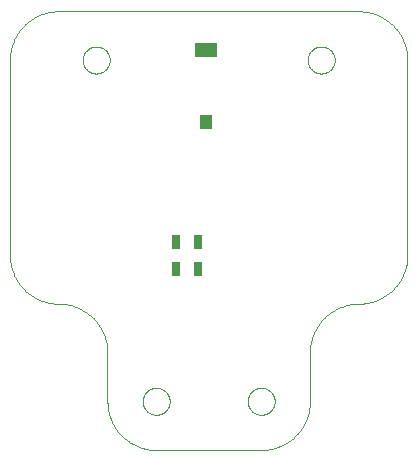
<source format=gtp>
G75*
%MOIN*%
%OFA0B0*%
%FSLAX25Y25*%
%IPPOS*%
%LPD*%
%AMOC8*
5,1,8,0,0,1.08239X$1,22.5*
%
%ADD10C,0.00000*%
%ADD11R,0.03150X0.04724*%
%ADD12R,0.04331X0.05118*%
%ADD13R,0.07480X0.05118*%
D10*
X0047650Y0035150D02*
X0047645Y0035543D01*
X0047631Y0035935D01*
X0047607Y0036327D01*
X0047574Y0036718D01*
X0047532Y0037109D01*
X0047479Y0037498D01*
X0047418Y0037886D01*
X0047347Y0038272D01*
X0047267Y0038656D01*
X0047178Y0039039D01*
X0047079Y0039419D01*
X0046971Y0039797D01*
X0046855Y0040172D01*
X0046729Y0040544D01*
X0046594Y0040912D01*
X0046450Y0041278D01*
X0046298Y0041640D01*
X0046137Y0041998D01*
X0045967Y0042352D01*
X0045789Y0042702D01*
X0045602Y0043047D01*
X0045407Y0043388D01*
X0045204Y0043724D01*
X0044993Y0044055D01*
X0044773Y0044381D01*
X0044547Y0044702D01*
X0044312Y0045016D01*
X0044070Y0045326D01*
X0043820Y0045629D01*
X0043563Y0045926D01*
X0043299Y0046217D01*
X0043028Y0046501D01*
X0042751Y0046778D01*
X0042467Y0047049D01*
X0042176Y0047313D01*
X0041879Y0047570D01*
X0041576Y0047820D01*
X0041266Y0048062D01*
X0040952Y0048297D01*
X0040631Y0048523D01*
X0040305Y0048743D01*
X0039974Y0048954D01*
X0039638Y0049157D01*
X0039297Y0049352D01*
X0038952Y0049539D01*
X0038602Y0049717D01*
X0038248Y0049887D01*
X0037890Y0050048D01*
X0037528Y0050200D01*
X0037162Y0050344D01*
X0036794Y0050479D01*
X0036422Y0050605D01*
X0036047Y0050721D01*
X0035669Y0050829D01*
X0035289Y0050928D01*
X0034906Y0051017D01*
X0034522Y0051097D01*
X0034136Y0051168D01*
X0033748Y0051229D01*
X0033359Y0051282D01*
X0032968Y0051324D01*
X0032577Y0051357D01*
X0032185Y0051381D01*
X0031793Y0051395D01*
X0031400Y0051400D01*
X0031007Y0051405D01*
X0030615Y0051419D01*
X0030223Y0051443D01*
X0029832Y0051476D01*
X0029441Y0051518D01*
X0029052Y0051571D01*
X0028664Y0051632D01*
X0028278Y0051703D01*
X0027894Y0051783D01*
X0027511Y0051872D01*
X0027131Y0051971D01*
X0026753Y0052079D01*
X0026378Y0052195D01*
X0026006Y0052321D01*
X0025638Y0052456D01*
X0025272Y0052600D01*
X0024910Y0052752D01*
X0024552Y0052913D01*
X0024198Y0053083D01*
X0023848Y0053261D01*
X0023503Y0053448D01*
X0023162Y0053643D01*
X0022826Y0053846D01*
X0022495Y0054057D01*
X0022169Y0054277D01*
X0021848Y0054503D01*
X0021534Y0054738D01*
X0021224Y0054980D01*
X0020921Y0055230D01*
X0020624Y0055487D01*
X0020333Y0055751D01*
X0020049Y0056022D01*
X0019772Y0056299D01*
X0019501Y0056583D01*
X0019237Y0056874D01*
X0018980Y0057171D01*
X0018730Y0057474D01*
X0018488Y0057784D01*
X0018253Y0058098D01*
X0018027Y0058419D01*
X0017807Y0058745D01*
X0017596Y0059076D01*
X0017393Y0059412D01*
X0017198Y0059753D01*
X0017011Y0060098D01*
X0016833Y0060448D01*
X0016663Y0060802D01*
X0016502Y0061160D01*
X0016350Y0061522D01*
X0016206Y0061888D01*
X0016071Y0062256D01*
X0015945Y0062628D01*
X0015829Y0063003D01*
X0015721Y0063381D01*
X0015622Y0063761D01*
X0015533Y0064144D01*
X0015453Y0064528D01*
X0015382Y0064914D01*
X0015321Y0065302D01*
X0015268Y0065691D01*
X0015226Y0066082D01*
X0015193Y0066473D01*
X0015169Y0066865D01*
X0015155Y0067257D01*
X0015150Y0067650D01*
X0015150Y0132650D01*
X0015155Y0133043D01*
X0015169Y0133435D01*
X0015193Y0133827D01*
X0015226Y0134218D01*
X0015268Y0134609D01*
X0015321Y0134998D01*
X0015382Y0135386D01*
X0015453Y0135772D01*
X0015533Y0136156D01*
X0015622Y0136539D01*
X0015721Y0136919D01*
X0015829Y0137297D01*
X0015945Y0137672D01*
X0016071Y0138044D01*
X0016206Y0138412D01*
X0016350Y0138778D01*
X0016502Y0139140D01*
X0016663Y0139498D01*
X0016833Y0139852D01*
X0017011Y0140202D01*
X0017198Y0140547D01*
X0017393Y0140888D01*
X0017596Y0141224D01*
X0017807Y0141555D01*
X0018027Y0141881D01*
X0018253Y0142202D01*
X0018488Y0142516D01*
X0018730Y0142826D01*
X0018980Y0143129D01*
X0019237Y0143426D01*
X0019501Y0143717D01*
X0019772Y0144001D01*
X0020049Y0144278D01*
X0020333Y0144549D01*
X0020624Y0144813D01*
X0020921Y0145070D01*
X0021224Y0145320D01*
X0021534Y0145562D01*
X0021848Y0145797D01*
X0022169Y0146023D01*
X0022495Y0146243D01*
X0022826Y0146454D01*
X0023162Y0146657D01*
X0023503Y0146852D01*
X0023848Y0147039D01*
X0024198Y0147217D01*
X0024552Y0147387D01*
X0024910Y0147548D01*
X0025272Y0147700D01*
X0025638Y0147844D01*
X0026006Y0147979D01*
X0026378Y0148105D01*
X0026753Y0148221D01*
X0027131Y0148329D01*
X0027511Y0148428D01*
X0027894Y0148517D01*
X0028278Y0148597D01*
X0028664Y0148668D01*
X0029052Y0148729D01*
X0029441Y0148782D01*
X0029832Y0148824D01*
X0030223Y0148857D01*
X0030615Y0148881D01*
X0031007Y0148895D01*
X0031400Y0148900D01*
X0131400Y0148900D01*
X0131793Y0148895D01*
X0132185Y0148881D01*
X0132577Y0148857D01*
X0132968Y0148824D01*
X0133359Y0148782D01*
X0133748Y0148729D01*
X0134136Y0148668D01*
X0134522Y0148597D01*
X0134906Y0148517D01*
X0135289Y0148428D01*
X0135669Y0148329D01*
X0136047Y0148221D01*
X0136422Y0148105D01*
X0136794Y0147979D01*
X0137162Y0147844D01*
X0137528Y0147700D01*
X0137890Y0147548D01*
X0138248Y0147387D01*
X0138602Y0147217D01*
X0138952Y0147039D01*
X0139297Y0146852D01*
X0139638Y0146657D01*
X0139974Y0146454D01*
X0140305Y0146243D01*
X0140631Y0146023D01*
X0140952Y0145797D01*
X0141266Y0145562D01*
X0141576Y0145320D01*
X0141879Y0145070D01*
X0142176Y0144813D01*
X0142467Y0144549D01*
X0142751Y0144278D01*
X0143028Y0144001D01*
X0143299Y0143717D01*
X0143563Y0143426D01*
X0143820Y0143129D01*
X0144070Y0142826D01*
X0144312Y0142516D01*
X0144547Y0142202D01*
X0144773Y0141881D01*
X0144993Y0141555D01*
X0145204Y0141224D01*
X0145407Y0140888D01*
X0145602Y0140547D01*
X0145789Y0140202D01*
X0145967Y0139852D01*
X0146137Y0139498D01*
X0146298Y0139140D01*
X0146450Y0138778D01*
X0146594Y0138412D01*
X0146729Y0138044D01*
X0146855Y0137672D01*
X0146971Y0137297D01*
X0147079Y0136919D01*
X0147178Y0136539D01*
X0147267Y0136156D01*
X0147347Y0135772D01*
X0147418Y0135386D01*
X0147479Y0134998D01*
X0147532Y0134609D01*
X0147574Y0134218D01*
X0147607Y0133827D01*
X0147631Y0133435D01*
X0147645Y0133043D01*
X0147650Y0132650D01*
X0147650Y0067650D01*
X0147645Y0067257D01*
X0147631Y0066865D01*
X0147607Y0066473D01*
X0147574Y0066082D01*
X0147532Y0065691D01*
X0147479Y0065302D01*
X0147418Y0064914D01*
X0147347Y0064528D01*
X0147267Y0064144D01*
X0147178Y0063761D01*
X0147079Y0063381D01*
X0146971Y0063003D01*
X0146855Y0062628D01*
X0146729Y0062256D01*
X0146594Y0061888D01*
X0146450Y0061522D01*
X0146298Y0061160D01*
X0146137Y0060802D01*
X0145967Y0060448D01*
X0145789Y0060098D01*
X0145602Y0059753D01*
X0145407Y0059412D01*
X0145204Y0059076D01*
X0144993Y0058745D01*
X0144773Y0058419D01*
X0144547Y0058098D01*
X0144312Y0057784D01*
X0144070Y0057474D01*
X0143820Y0057171D01*
X0143563Y0056874D01*
X0143299Y0056583D01*
X0143028Y0056299D01*
X0142751Y0056022D01*
X0142467Y0055751D01*
X0142176Y0055487D01*
X0141879Y0055230D01*
X0141576Y0054980D01*
X0141266Y0054738D01*
X0140952Y0054503D01*
X0140631Y0054277D01*
X0140305Y0054057D01*
X0139974Y0053846D01*
X0139638Y0053643D01*
X0139297Y0053448D01*
X0138952Y0053261D01*
X0138602Y0053083D01*
X0138248Y0052913D01*
X0137890Y0052752D01*
X0137528Y0052600D01*
X0137162Y0052456D01*
X0136794Y0052321D01*
X0136422Y0052195D01*
X0136047Y0052079D01*
X0135669Y0051971D01*
X0135289Y0051872D01*
X0134906Y0051783D01*
X0134522Y0051703D01*
X0134136Y0051632D01*
X0133748Y0051571D01*
X0133359Y0051518D01*
X0132968Y0051476D01*
X0132577Y0051443D01*
X0132185Y0051419D01*
X0131793Y0051405D01*
X0131400Y0051400D01*
X0131007Y0051395D01*
X0130615Y0051381D01*
X0130223Y0051357D01*
X0129832Y0051324D01*
X0129441Y0051282D01*
X0129052Y0051229D01*
X0128664Y0051168D01*
X0128278Y0051097D01*
X0127894Y0051017D01*
X0127511Y0050928D01*
X0127131Y0050829D01*
X0126753Y0050721D01*
X0126378Y0050605D01*
X0126006Y0050479D01*
X0125638Y0050344D01*
X0125272Y0050200D01*
X0124910Y0050048D01*
X0124552Y0049887D01*
X0124198Y0049717D01*
X0123848Y0049539D01*
X0123503Y0049352D01*
X0123162Y0049157D01*
X0122826Y0048954D01*
X0122495Y0048743D01*
X0122169Y0048523D01*
X0121848Y0048297D01*
X0121534Y0048062D01*
X0121224Y0047820D01*
X0120921Y0047570D01*
X0120624Y0047313D01*
X0120333Y0047049D01*
X0120049Y0046778D01*
X0119772Y0046501D01*
X0119501Y0046217D01*
X0119237Y0045926D01*
X0118980Y0045629D01*
X0118730Y0045326D01*
X0118488Y0045016D01*
X0118253Y0044702D01*
X0118027Y0044381D01*
X0117807Y0044055D01*
X0117596Y0043724D01*
X0117393Y0043388D01*
X0117198Y0043047D01*
X0117011Y0042702D01*
X0116833Y0042352D01*
X0116663Y0041998D01*
X0116502Y0041640D01*
X0116350Y0041278D01*
X0116206Y0040912D01*
X0116071Y0040544D01*
X0115945Y0040172D01*
X0115829Y0039797D01*
X0115721Y0039419D01*
X0115622Y0039039D01*
X0115533Y0038656D01*
X0115453Y0038272D01*
X0115382Y0037886D01*
X0115321Y0037498D01*
X0115268Y0037109D01*
X0115226Y0036718D01*
X0115193Y0036327D01*
X0115169Y0035935D01*
X0115155Y0035543D01*
X0115150Y0035150D01*
X0115150Y0018900D01*
X0115145Y0018507D01*
X0115131Y0018115D01*
X0115107Y0017723D01*
X0115074Y0017332D01*
X0115032Y0016941D01*
X0114979Y0016552D01*
X0114918Y0016164D01*
X0114847Y0015778D01*
X0114767Y0015394D01*
X0114678Y0015011D01*
X0114579Y0014631D01*
X0114471Y0014253D01*
X0114355Y0013878D01*
X0114229Y0013506D01*
X0114094Y0013138D01*
X0113950Y0012772D01*
X0113798Y0012410D01*
X0113637Y0012052D01*
X0113467Y0011698D01*
X0113289Y0011348D01*
X0113102Y0011003D01*
X0112907Y0010662D01*
X0112704Y0010326D01*
X0112493Y0009995D01*
X0112273Y0009669D01*
X0112047Y0009348D01*
X0111812Y0009034D01*
X0111570Y0008724D01*
X0111320Y0008421D01*
X0111063Y0008124D01*
X0110799Y0007833D01*
X0110528Y0007549D01*
X0110251Y0007272D01*
X0109967Y0007001D01*
X0109676Y0006737D01*
X0109379Y0006480D01*
X0109076Y0006230D01*
X0108766Y0005988D01*
X0108452Y0005753D01*
X0108131Y0005527D01*
X0107805Y0005307D01*
X0107474Y0005096D01*
X0107138Y0004893D01*
X0106797Y0004698D01*
X0106452Y0004511D01*
X0106102Y0004333D01*
X0105748Y0004163D01*
X0105390Y0004002D01*
X0105028Y0003850D01*
X0104662Y0003706D01*
X0104294Y0003571D01*
X0103922Y0003445D01*
X0103547Y0003329D01*
X0103169Y0003221D01*
X0102789Y0003122D01*
X0102406Y0003033D01*
X0102022Y0002953D01*
X0101636Y0002882D01*
X0101248Y0002821D01*
X0100859Y0002768D01*
X0100468Y0002726D01*
X0100077Y0002693D01*
X0099685Y0002669D01*
X0099293Y0002655D01*
X0098900Y0002650D01*
X0063900Y0002650D01*
X0063507Y0002655D01*
X0063115Y0002669D01*
X0062723Y0002693D01*
X0062332Y0002726D01*
X0061941Y0002768D01*
X0061552Y0002821D01*
X0061164Y0002882D01*
X0060778Y0002953D01*
X0060394Y0003033D01*
X0060011Y0003122D01*
X0059631Y0003221D01*
X0059253Y0003329D01*
X0058878Y0003445D01*
X0058506Y0003571D01*
X0058138Y0003706D01*
X0057772Y0003850D01*
X0057410Y0004002D01*
X0057052Y0004163D01*
X0056698Y0004333D01*
X0056348Y0004511D01*
X0056003Y0004698D01*
X0055662Y0004893D01*
X0055326Y0005096D01*
X0054995Y0005307D01*
X0054669Y0005527D01*
X0054348Y0005753D01*
X0054034Y0005988D01*
X0053724Y0006230D01*
X0053421Y0006480D01*
X0053124Y0006737D01*
X0052833Y0007001D01*
X0052549Y0007272D01*
X0052272Y0007549D01*
X0052001Y0007833D01*
X0051737Y0008124D01*
X0051480Y0008421D01*
X0051230Y0008724D01*
X0050988Y0009034D01*
X0050753Y0009348D01*
X0050527Y0009669D01*
X0050307Y0009995D01*
X0050096Y0010326D01*
X0049893Y0010662D01*
X0049698Y0011003D01*
X0049511Y0011348D01*
X0049333Y0011698D01*
X0049163Y0012052D01*
X0049002Y0012410D01*
X0048850Y0012772D01*
X0048706Y0013138D01*
X0048571Y0013506D01*
X0048445Y0013878D01*
X0048329Y0014253D01*
X0048221Y0014631D01*
X0048122Y0015011D01*
X0048033Y0015394D01*
X0047953Y0015778D01*
X0047882Y0016164D01*
X0047821Y0016552D01*
X0047768Y0016941D01*
X0047726Y0017332D01*
X0047693Y0017723D01*
X0047669Y0018115D01*
X0047655Y0018507D01*
X0047650Y0018900D01*
X0047650Y0035150D01*
X0059400Y0018900D02*
X0059402Y0019034D01*
X0059408Y0019168D01*
X0059418Y0019301D01*
X0059432Y0019435D01*
X0059450Y0019568D01*
X0059472Y0019700D01*
X0059497Y0019831D01*
X0059527Y0019962D01*
X0059561Y0020092D01*
X0059598Y0020220D01*
X0059639Y0020348D01*
X0059684Y0020474D01*
X0059733Y0020599D01*
X0059785Y0020722D01*
X0059841Y0020844D01*
X0059901Y0020964D01*
X0059964Y0021082D01*
X0060031Y0021198D01*
X0060101Y0021312D01*
X0060175Y0021424D01*
X0060252Y0021534D01*
X0060332Y0021642D01*
X0060415Y0021747D01*
X0060501Y0021849D01*
X0060590Y0021949D01*
X0060683Y0022046D01*
X0060778Y0022141D01*
X0060876Y0022232D01*
X0060976Y0022321D01*
X0061079Y0022406D01*
X0061185Y0022489D01*
X0061293Y0022568D01*
X0061403Y0022644D01*
X0061516Y0022717D01*
X0061631Y0022786D01*
X0061747Y0022852D01*
X0061866Y0022914D01*
X0061986Y0022973D01*
X0062109Y0023028D01*
X0062232Y0023080D01*
X0062357Y0023127D01*
X0062484Y0023171D01*
X0062612Y0023212D01*
X0062741Y0023248D01*
X0062871Y0023281D01*
X0063002Y0023309D01*
X0063133Y0023334D01*
X0063266Y0023355D01*
X0063399Y0023372D01*
X0063532Y0023385D01*
X0063666Y0023394D01*
X0063800Y0023399D01*
X0063934Y0023400D01*
X0064067Y0023397D01*
X0064201Y0023390D01*
X0064335Y0023379D01*
X0064468Y0023364D01*
X0064601Y0023345D01*
X0064733Y0023322D01*
X0064864Y0023296D01*
X0064994Y0023265D01*
X0065124Y0023230D01*
X0065252Y0023192D01*
X0065379Y0023150D01*
X0065505Y0023104D01*
X0065630Y0023054D01*
X0065753Y0023001D01*
X0065874Y0022944D01*
X0065994Y0022883D01*
X0066111Y0022819D01*
X0066227Y0022752D01*
X0066341Y0022681D01*
X0066452Y0022606D01*
X0066561Y0022529D01*
X0066668Y0022448D01*
X0066773Y0022364D01*
X0066874Y0022277D01*
X0066974Y0022187D01*
X0067070Y0022094D01*
X0067164Y0021998D01*
X0067255Y0021899D01*
X0067342Y0021798D01*
X0067427Y0021694D01*
X0067509Y0021588D01*
X0067587Y0021480D01*
X0067662Y0021369D01*
X0067734Y0021256D01*
X0067803Y0021140D01*
X0067868Y0021023D01*
X0067929Y0020904D01*
X0067987Y0020783D01*
X0068041Y0020661D01*
X0068092Y0020537D01*
X0068139Y0020411D01*
X0068182Y0020284D01*
X0068221Y0020156D01*
X0068257Y0020027D01*
X0068288Y0019897D01*
X0068316Y0019766D01*
X0068340Y0019634D01*
X0068360Y0019501D01*
X0068376Y0019368D01*
X0068388Y0019235D01*
X0068396Y0019101D01*
X0068400Y0018967D01*
X0068400Y0018833D01*
X0068396Y0018699D01*
X0068388Y0018565D01*
X0068376Y0018432D01*
X0068360Y0018299D01*
X0068340Y0018166D01*
X0068316Y0018034D01*
X0068288Y0017903D01*
X0068257Y0017773D01*
X0068221Y0017644D01*
X0068182Y0017516D01*
X0068139Y0017389D01*
X0068092Y0017263D01*
X0068041Y0017139D01*
X0067987Y0017017D01*
X0067929Y0016896D01*
X0067868Y0016777D01*
X0067803Y0016660D01*
X0067734Y0016544D01*
X0067662Y0016431D01*
X0067587Y0016320D01*
X0067509Y0016212D01*
X0067427Y0016106D01*
X0067342Y0016002D01*
X0067255Y0015901D01*
X0067164Y0015802D01*
X0067070Y0015706D01*
X0066974Y0015613D01*
X0066874Y0015523D01*
X0066773Y0015436D01*
X0066668Y0015352D01*
X0066561Y0015271D01*
X0066452Y0015194D01*
X0066341Y0015119D01*
X0066227Y0015048D01*
X0066111Y0014981D01*
X0065994Y0014917D01*
X0065874Y0014856D01*
X0065753Y0014799D01*
X0065630Y0014746D01*
X0065505Y0014696D01*
X0065379Y0014650D01*
X0065252Y0014608D01*
X0065124Y0014570D01*
X0064994Y0014535D01*
X0064864Y0014504D01*
X0064733Y0014478D01*
X0064601Y0014455D01*
X0064468Y0014436D01*
X0064335Y0014421D01*
X0064201Y0014410D01*
X0064067Y0014403D01*
X0063934Y0014400D01*
X0063800Y0014401D01*
X0063666Y0014406D01*
X0063532Y0014415D01*
X0063399Y0014428D01*
X0063266Y0014445D01*
X0063133Y0014466D01*
X0063002Y0014491D01*
X0062871Y0014519D01*
X0062741Y0014552D01*
X0062612Y0014588D01*
X0062484Y0014629D01*
X0062357Y0014673D01*
X0062232Y0014720D01*
X0062109Y0014772D01*
X0061986Y0014827D01*
X0061866Y0014886D01*
X0061747Y0014948D01*
X0061631Y0015014D01*
X0061516Y0015083D01*
X0061403Y0015156D01*
X0061293Y0015232D01*
X0061185Y0015311D01*
X0061079Y0015394D01*
X0060976Y0015479D01*
X0060876Y0015568D01*
X0060778Y0015659D01*
X0060683Y0015754D01*
X0060590Y0015851D01*
X0060501Y0015951D01*
X0060415Y0016053D01*
X0060332Y0016158D01*
X0060252Y0016266D01*
X0060175Y0016376D01*
X0060101Y0016488D01*
X0060031Y0016602D01*
X0059964Y0016718D01*
X0059901Y0016836D01*
X0059841Y0016956D01*
X0059785Y0017078D01*
X0059733Y0017201D01*
X0059684Y0017326D01*
X0059639Y0017452D01*
X0059598Y0017580D01*
X0059561Y0017708D01*
X0059527Y0017838D01*
X0059497Y0017969D01*
X0059472Y0018100D01*
X0059450Y0018232D01*
X0059432Y0018365D01*
X0059418Y0018499D01*
X0059408Y0018632D01*
X0059402Y0018766D01*
X0059400Y0018900D01*
X0094400Y0018900D02*
X0094402Y0019034D01*
X0094408Y0019168D01*
X0094418Y0019301D01*
X0094432Y0019435D01*
X0094450Y0019568D01*
X0094472Y0019700D01*
X0094497Y0019831D01*
X0094527Y0019962D01*
X0094561Y0020092D01*
X0094598Y0020220D01*
X0094639Y0020348D01*
X0094684Y0020474D01*
X0094733Y0020599D01*
X0094785Y0020722D01*
X0094841Y0020844D01*
X0094901Y0020964D01*
X0094964Y0021082D01*
X0095031Y0021198D01*
X0095101Y0021312D01*
X0095175Y0021424D01*
X0095252Y0021534D01*
X0095332Y0021642D01*
X0095415Y0021747D01*
X0095501Y0021849D01*
X0095590Y0021949D01*
X0095683Y0022046D01*
X0095778Y0022141D01*
X0095876Y0022232D01*
X0095976Y0022321D01*
X0096079Y0022406D01*
X0096185Y0022489D01*
X0096293Y0022568D01*
X0096403Y0022644D01*
X0096516Y0022717D01*
X0096631Y0022786D01*
X0096747Y0022852D01*
X0096866Y0022914D01*
X0096986Y0022973D01*
X0097109Y0023028D01*
X0097232Y0023080D01*
X0097357Y0023127D01*
X0097484Y0023171D01*
X0097612Y0023212D01*
X0097741Y0023248D01*
X0097871Y0023281D01*
X0098002Y0023309D01*
X0098133Y0023334D01*
X0098266Y0023355D01*
X0098399Y0023372D01*
X0098532Y0023385D01*
X0098666Y0023394D01*
X0098800Y0023399D01*
X0098934Y0023400D01*
X0099067Y0023397D01*
X0099201Y0023390D01*
X0099335Y0023379D01*
X0099468Y0023364D01*
X0099601Y0023345D01*
X0099733Y0023322D01*
X0099864Y0023296D01*
X0099994Y0023265D01*
X0100124Y0023230D01*
X0100252Y0023192D01*
X0100379Y0023150D01*
X0100505Y0023104D01*
X0100630Y0023054D01*
X0100753Y0023001D01*
X0100874Y0022944D01*
X0100994Y0022883D01*
X0101111Y0022819D01*
X0101227Y0022752D01*
X0101341Y0022681D01*
X0101452Y0022606D01*
X0101561Y0022529D01*
X0101668Y0022448D01*
X0101773Y0022364D01*
X0101874Y0022277D01*
X0101974Y0022187D01*
X0102070Y0022094D01*
X0102164Y0021998D01*
X0102255Y0021899D01*
X0102342Y0021798D01*
X0102427Y0021694D01*
X0102509Y0021588D01*
X0102587Y0021480D01*
X0102662Y0021369D01*
X0102734Y0021256D01*
X0102803Y0021140D01*
X0102868Y0021023D01*
X0102929Y0020904D01*
X0102987Y0020783D01*
X0103041Y0020661D01*
X0103092Y0020537D01*
X0103139Y0020411D01*
X0103182Y0020284D01*
X0103221Y0020156D01*
X0103257Y0020027D01*
X0103288Y0019897D01*
X0103316Y0019766D01*
X0103340Y0019634D01*
X0103360Y0019501D01*
X0103376Y0019368D01*
X0103388Y0019235D01*
X0103396Y0019101D01*
X0103400Y0018967D01*
X0103400Y0018833D01*
X0103396Y0018699D01*
X0103388Y0018565D01*
X0103376Y0018432D01*
X0103360Y0018299D01*
X0103340Y0018166D01*
X0103316Y0018034D01*
X0103288Y0017903D01*
X0103257Y0017773D01*
X0103221Y0017644D01*
X0103182Y0017516D01*
X0103139Y0017389D01*
X0103092Y0017263D01*
X0103041Y0017139D01*
X0102987Y0017017D01*
X0102929Y0016896D01*
X0102868Y0016777D01*
X0102803Y0016660D01*
X0102734Y0016544D01*
X0102662Y0016431D01*
X0102587Y0016320D01*
X0102509Y0016212D01*
X0102427Y0016106D01*
X0102342Y0016002D01*
X0102255Y0015901D01*
X0102164Y0015802D01*
X0102070Y0015706D01*
X0101974Y0015613D01*
X0101874Y0015523D01*
X0101773Y0015436D01*
X0101668Y0015352D01*
X0101561Y0015271D01*
X0101452Y0015194D01*
X0101341Y0015119D01*
X0101227Y0015048D01*
X0101111Y0014981D01*
X0100994Y0014917D01*
X0100874Y0014856D01*
X0100753Y0014799D01*
X0100630Y0014746D01*
X0100505Y0014696D01*
X0100379Y0014650D01*
X0100252Y0014608D01*
X0100124Y0014570D01*
X0099994Y0014535D01*
X0099864Y0014504D01*
X0099733Y0014478D01*
X0099601Y0014455D01*
X0099468Y0014436D01*
X0099335Y0014421D01*
X0099201Y0014410D01*
X0099067Y0014403D01*
X0098934Y0014400D01*
X0098800Y0014401D01*
X0098666Y0014406D01*
X0098532Y0014415D01*
X0098399Y0014428D01*
X0098266Y0014445D01*
X0098133Y0014466D01*
X0098002Y0014491D01*
X0097871Y0014519D01*
X0097741Y0014552D01*
X0097612Y0014588D01*
X0097484Y0014629D01*
X0097357Y0014673D01*
X0097232Y0014720D01*
X0097109Y0014772D01*
X0096986Y0014827D01*
X0096866Y0014886D01*
X0096747Y0014948D01*
X0096631Y0015014D01*
X0096516Y0015083D01*
X0096403Y0015156D01*
X0096293Y0015232D01*
X0096185Y0015311D01*
X0096079Y0015394D01*
X0095976Y0015479D01*
X0095876Y0015568D01*
X0095778Y0015659D01*
X0095683Y0015754D01*
X0095590Y0015851D01*
X0095501Y0015951D01*
X0095415Y0016053D01*
X0095332Y0016158D01*
X0095252Y0016266D01*
X0095175Y0016376D01*
X0095101Y0016488D01*
X0095031Y0016602D01*
X0094964Y0016718D01*
X0094901Y0016836D01*
X0094841Y0016956D01*
X0094785Y0017078D01*
X0094733Y0017201D01*
X0094684Y0017326D01*
X0094639Y0017452D01*
X0094598Y0017580D01*
X0094561Y0017708D01*
X0094527Y0017838D01*
X0094497Y0017969D01*
X0094472Y0018100D01*
X0094450Y0018232D01*
X0094432Y0018365D01*
X0094418Y0018499D01*
X0094408Y0018632D01*
X0094402Y0018766D01*
X0094400Y0018900D01*
X0114400Y0132650D02*
X0114402Y0132784D01*
X0114408Y0132918D01*
X0114418Y0133051D01*
X0114432Y0133185D01*
X0114450Y0133318D01*
X0114472Y0133450D01*
X0114497Y0133581D01*
X0114527Y0133712D01*
X0114561Y0133842D01*
X0114598Y0133970D01*
X0114639Y0134098D01*
X0114684Y0134224D01*
X0114733Y0134349D01*
X0114785Y0134472D01*
X0114841Y0134594D01*
X0114901Y0134714D01*
X0114964Y0134832D01*
X0115031Y0134948D01*
X0115101Y0135062D01*
X0115175Y0135174D01*
X0115252Y0135284D01*
X0115332Y0135392D01*
X0115415Y0135497D01*
X0115501Y0135599D01*
X0115590Y0135699D01*
X0115683Y0135796D01*
X0115778Y0135891D01*
X0115876Y0135982D01*
X0115976Y0136071D01*
X0116079Y0136156D01*
X0116185Y0136239D01*
X0116293Y0136318D01*
X0116403Y0136394D01*
X0116516Y0136467D01*
X0116631Y0136536D01*
X0116747Y0136602D01*
X0116866Y0136664D01*
X0116986Y0136723D01*
X0117109Y0136778D01*
X0117232Y0136830D01*
X0117357Y0136877D01*
X0117484Y0136921D01*
X0117612Y0136962D01*
X0117741Y0136998D01*
X0117871Y0137031D01*
X0118002Y0137059D01*
X0118133Y0137084D01*
X0118266Y0137105D01*
X0118399Y0137122D01*
X0118532Y0137135D01*
X0118666Y0137144D01*
X0118800Y0137149D01*
X0118934Y0137150D01*
X0119067Y0137147D01*
X0119201Y0137140D01*
X0119335Y0137129D01*
X0119468Y0137114D01*
X0119601Y0137095D01*
X0119733Y0137072D01*
X0119864Y0137046D01*
X0119994Y0137015D01*
X0120124Y0136980D01*
X0120252Y0136942D01*
X0120379Y0136900D01*
X0120505Y0136854D01*
X0120630Y0136804D01*
X0120753Y0136751D01*
X0120874Y0136694D01*
X0120994Y0136633D01*
X0121111Y0136569D01*
X0121227Y0136502D01*
X0121341Y0136431D01*
X0121452Y0136356D01*
X0121561Y0136279D01*
X0121668Y0136198D01*
X0121773Y0136114D01*
X0121874Y0136027D01*
X0121974Y0135937D01*
X0122070Y0135844D01*
X0122164Y0135748D01*
X0122255Y0135649D01*
X0122342Y0135548D01*
X0122427Y0135444D01*
X0122509Y0135338D01*
X0122587Y0135230D01*
X0122662Y0135119D01*
X0122734Y0135006D01*
X0122803Y0134890D01*
X0122868Y0134773D01*
X0122929Y0134654D01*
X0122987Y0134533D01*
X0123041Y0134411D01*
X0123092Y0134287D01*
X0123139Y0134161D01*
X0123182Y0134034D01*
X0123221Y0133906D01*
X0123257Y0133777D01*
X0123288Y0133647D01*
X0123316Y0133516D01*
X0123340Y0133384D01*
X0123360Y0133251D01*
X0123376Y0133118D01*
X0123388Y0132985D01*
X0123396Y0132851D01*
X0123400Y0132717D01*
X0123400Y0132583D01*
X0123396Y0132449D01*
X0123388Y0132315D01*
X0123376Y0132182D01*
X0123360Y0132049D01*
X0123340Y0131916D01*
X0123316Y0131784D01*
X0123288Y0131653D01*
X0123257Y0131523D01*
X0123221Y0131394D01*
X0123182Y0131266D01*
X0123139Y0131139D01*
X0123092Y0131013D01*
X0123041Y0130889D01*
X0122987Y0130767D01*
X0122929Y0130646D01*
X0122868Y0130527D01*
X0122803Y0130410D01*
X0122734Y0130294D01*
X0122662Y0130181D01*
X0122587Y0130070D01*
X0122509Y0129962D01*
X0122427Y0129856D01*
X0122342Y0129752D01*
X0122255Y0129651D01*
X0122164Y0129552D01*
X0122070Y0129456D01*
X0121974Y0129363D01*
X0121874Y0129273D01*
X0121773Y0129186D01*
X0121668Y0129102D01*
X0121561Y0129021D01*
X0121452Y0128944D01*
X0121341Y0128869D01*
X0121227Y0128798D01*
X0121111Y0128731D01*
X0120994Y0128667D01*
X0120874Y0128606D01*
X0120753Y0128549D01*
X0120630Y0128496D01*
X0120505Y0128446D01*
X0120379Y0128400D01*
X0120252Y0128358D01*
X0120124Y0128320D01*
X0119994Y0128285D01*
X0119864Y0128254D01*
X0119733Y0128228D01*
X0119601Y0128205D01*
X0119468Y0128186D01*
X0119335Y0128171D01*
X0119201Y0128160D01*
X0119067Y0128153D01*
X0118934Y0128150D01*
X0118800Y0128151D01*
X0118666Y0128156D01*
X0118532Y0128165D01*
X0118399Y0128178D01*
X0118266Y0128195D01*
X0118133Y0128216D01*
X0118002Y0128241D01*
X0117871Y0128269D01*
X0117741Y0128302D01*
X0117612Y0128338D01*
X0117484Y0128379D01*
X0117357Y0128423D01*
X0117232Y0128470D01*
X0117109Y0128522D01*
X0116986Y0128577D01*
X0116866Y0128636D01*
X0116747Y0128698D01*
X0116631Y0128764D01*
X0116516Y0128833D01*
X0116403Y0128906D01*
X0116293Y0128982D01*
X0116185Y0129061D01*
X0116079Y0129144D01*
X0115976Y0129229D01*
X0115876Y0129318D01*
X0115778Y0129409D01*
X0115683Y0129504D01*
X0115590Y0129601D01*
X0115501Y0129701D01*
X0115415Y0129803D01*
X0115332Y0129908D01*
X0115252Y0130016D01*
X0115175Y0130126D01*
X0115101Y0130238D01*
X0115031Y0130352D01*
X0114964Y0130468D01*
X0114901Y0130586D01*
X0114841Y0130706D01*
X0114785Y0130828D01*
X0114733Y0130951D01*
X0114684Y0131076D01*
X0114639Y0131202D01*
X0114598Y0131330D01*
X0114561Y0131458D01*
X0114527Y0131588D01*
X0114497Y0131719D01*
X0114472Y0131850D01*
X0114450Y0131982D01*
X0114432Y0132115D01*
X0114418Y0132249D01*
X0114408Y0132382D01*
X0114402Y0132516D01*
X0114400Y0132650D01*
X0039400Y0132650D02*
X0039402Y0132784D01*
X0039408Y0132918D01*
X0039418Y0133051D01*
X0039432Y0133185D01*
X0039450Y0133318D01*
X0039472Y0133450D01*
X0039497Y0133581D01*
X0039527Y0133712D01*
X0039561Y0133842D01*
X0039598Y0133970D01*
X0039639Y0134098D01*
X0039684Y0134224D01*
X0039733Y0134349D01*
X0039785Y0134472D01*
X0039841Y0134594D01*
X0039901Y0134714D01*
X0039964Y0134832D01*
X0040031Y0134948D01*
X0040101Y0135062D01*
X0040175Y0135174D01*
X0040252Y0135284D01*
X0040332Y0135392D01*
X0040415Y0135497D01*
X0040501Y0135599D01*
X0040590Y0135699D01*
X0040683Y0135796D01*
X0040778Y0135891D01*
X0040876Y0135982D01*
X0040976Y0136071D01*
X0041079Y0136156D01*
X0041185Y0136239D01*
X0041293Y0136318D01*
X0041403Y0136394D01*
X0041516Y0136467D01*
X0041631Y0136536D01*
X0041747Y0136602D01*
X0041866Y0136664D01*
X0041986Y0136723D01*
X0042109Y0136778D01*
X0042232Y0136830D01*
X0042357Y0136877D01*
X0042484Y0136921D01*
X0042612Y0136962D01*
X0042741Y0136998D01*
X0042871Y0137031D01*
X0043002Y0137059D01*
X0043133Y0137084D01*
X0043266Y0137105D01*
X0043399Y0137122D01*
X0043532Y0137135D01*
X0043666Y0137144D01*
X0043800Y0137149D01*
X0043934Y0137150D01*
X0044067Y0137147D01*
X0044201Y0137140D01*
X0044335Y0137129D01*
X0044468Y0137114D01*
X0044601Y0137095D01*
X0044733Y0137072D01*
X0044864Y0137046D01*
X0044994Y0137015D01*
X0045124Y0136980D01*
X0045252Y0136942D01*
X0045379Y0136900D01*
X0045505Y0136854D01*
X0045630Y0136804D01*
X0045753Y0136751D01*
X0045874Y0136694D01*
X0045994Y0136633D01*
X0046111Y0136569D01*
X0046227Y0136502D01*
X0046341Y0136431D01*
X0046452Y0136356D01*
X0046561Y0136279D01*
X0046668Y0136198D01*
X0046773Y0136114D01*
X0046874Y0136027D01*
X0046974Y0135937D01*
X0047070Y0135844D01*
X0047164Y0135748D01*
X0047255Y0135649D01*
X0047342Y0135548D01*
X0047427Y0135444D01*
X0047509Y0135338D01*
X0047587Y0135230D01*
X0047662Y0135119D01*
X0047734Y0135006D01*
X0047803Y0134890D01*
X0047868Y0134773D01*
X0047929Y0134654D01*
X0047987Y0134533D01*
X0048041Y0134411D01*
X0048092Y0134287D01*
X0048139Y0134161D01*
X0048182Y0134034D01*
X0048221Y0133906D01*
X0048257Y0133777D01*
X0048288Y0133647D01*
X0048316Y0133516D01*
X0048340Y0133384D01*
X0048360Y0133251D01*
X0048376Y0133118D01*
X0048388Y0132985D01*
X0048396Y0132851D01*
X0048400Y0132717D01*
X0048400Y0132583D01*
X0048396Y0132449D01*
X0048388Y0132315D01*
X0048376Y0132182D01*
X0048360Y0132049D01*
X0048340Y0131916D01*
X0048316Y0131784D01*
X0048288Y0131653D01*
X0048257Y0131523D01*
X0048221Y0131394D01*
X0048182Y0131266D01*
X0048139Y0131139D01*
X0048092Y0131013D01*
X0048041Y0130889D01*
X0047987Y0130767D01*
X0047929Y0130646D01*
X0047868Y0130527D01*
X0047803Y0130410D01*
X0047734Y0130294D01*
X0047662Y0130181D01*
X0047587Y0130070D01*
X0047509Y0129962D01*
X0047427Y0129856D01*
X0047342Y0129752D01*
X0047255Y0129651D01*
X0047164Y0129552D01*
X0047070Y0129456D01*
X0046974Y0129363D01*
X0046874Y0129273D01*
X0046773Y0129186D01*
X0046668Y0129102D01*
X0046561Y0129021D01*
X0046452Y0128944D01*
X0046341Y0128869D01*
X0046227Y0128798D01*
X0046111Y0128731D01*
X0045994Y0128667D01*
X0045874Y0128606D01*
X0045753Y0128549D01*
X0045630Y0128496D01*
X0045505Y0128446D01*
X0045379Y0128400D01*
X0045252Y0128358D01*
X0045124Y0128320D01*
X0044994Y0128285D01*
X0044864Y0128254D01*
X0044733Y0128228D01*
X0044601Y0128205D01*
X0044468Y0128186D01*
X0044335Y0128171D01*
X0044201Y0128160D01*
X0044067Y0128153D01*
X0043934Y0128150D01*
X0043800Y0128151D01*
X0043666Y0128156D01*
X0043532Y0128165D01*
X0043399Y0128178D01*
X0043266Y0128195D01*
X0043133Y0128216D01*
X0043002Y0128241D01*
X0042871Y0128269D01*
X0042741Y0128302D01*
X0042612Y0128338D01*
X0042484Y0128379D01*
X0042357Y0128423D01*
X0042232Y0128470D01*
X0042109Y0128522D01*
X0041986Y0128577D01*
X0041866Y0128636D01*
X0041747Y0128698D01*
X0041631Y0128764D01*
X0041516Y0128833D01*
X0041403Y0128906D01*
X0041293Y0128982D01*
X0041185Y0129061D01*
X0041079Y0129144D01*
X0040976Y0129229D01*
X0040876Y0129318D01*
X0040778Y0129409D01*
X0040683Y0129504D01*
X0040590Y0129601D01*
X0040501Y0129701D01*
X0040415Y0129803D01*
X0040332Y0129908D01*
X0040252Y0130016D01*
X0040175Y0130126D01*
X0040101Y0130238D01*
X0040031Y0130352D01*
X0039964Y0130468D01*
X0039901Y0130586D01*
X0039841Y0130706D01*
X0039785Y0130828D01*
X0039733Y0130951D01*
X0039684Y0131076D01*
X0039639Y0131202D01*
X0039598Y0131330D01*
X0039561Y0131458D01*
X0039527Y0131588D01*
X0039497Y0131719D01*
X0039472Y0131850D01*
X0039450Y0131982D01*
X0039432Y0132115D01*
X0039418Y0132249D01*
X0039408Y0132382D01*
X0039402Y0132516D01*
X0039400Y0132650D01*
D11*
X0070607Y0072150D03*
X0077693Y0072150D03*
X0077693Y0063150D03*
X0070607Y0063150D03*
D12*
X0080367Y0111950D03*
D13*
X0080367Y0135966D03*
M02*

</source>
